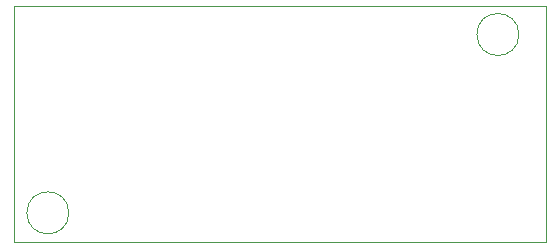
<source format=gbr>
G04 #@! TF.GenerationSoftware,KiCad,Pcbnew,(5.1.4)-1*
G04 #@! TF.CreationDate,2020-03-11T00:25:43-04:00*
G04 #@! TF.ProjectId,CAN_hub,43414e5f-6875-4622-9e6b-696361645f70,rev?*
G04 #@! TF.SameCoordinates,Original*
G04 #@! TF.FileFunction,Profile,NP*
%FSLAX46Y46*%
G04 Gerber Fmt 4.6, Leading zero omitted, Abs format (unit mm)*
G04 Created by KiCad (PCBNEW (5.1.4)-1) date 2020-03-11 00:25:43*
%MOMM*%
%LPD*%
G04 APERTURE LIST*
%ADD10C,0.120000*%
G04 APERTURE END LIST*
D10*
X24638000Y-37500000D02*
G75*
G03X24638000Y-37500000I-1778000J0D01*
G01*
X62738000Y-22400000D02*
G75*
G03X62738000Y-22400000I-1778000J0D01*
G01*
X65000000Y-20000000D02*
X65000000Y-40000000D01*
X20000000Y-40000000D02*
X65000000Y-40000000D01*
X20000000Y-40000000D02*
X20000000Y-20000000D01*
X20000000Y-20000000D02*
X65000000Y-20000000D01*
M02*

</source>
